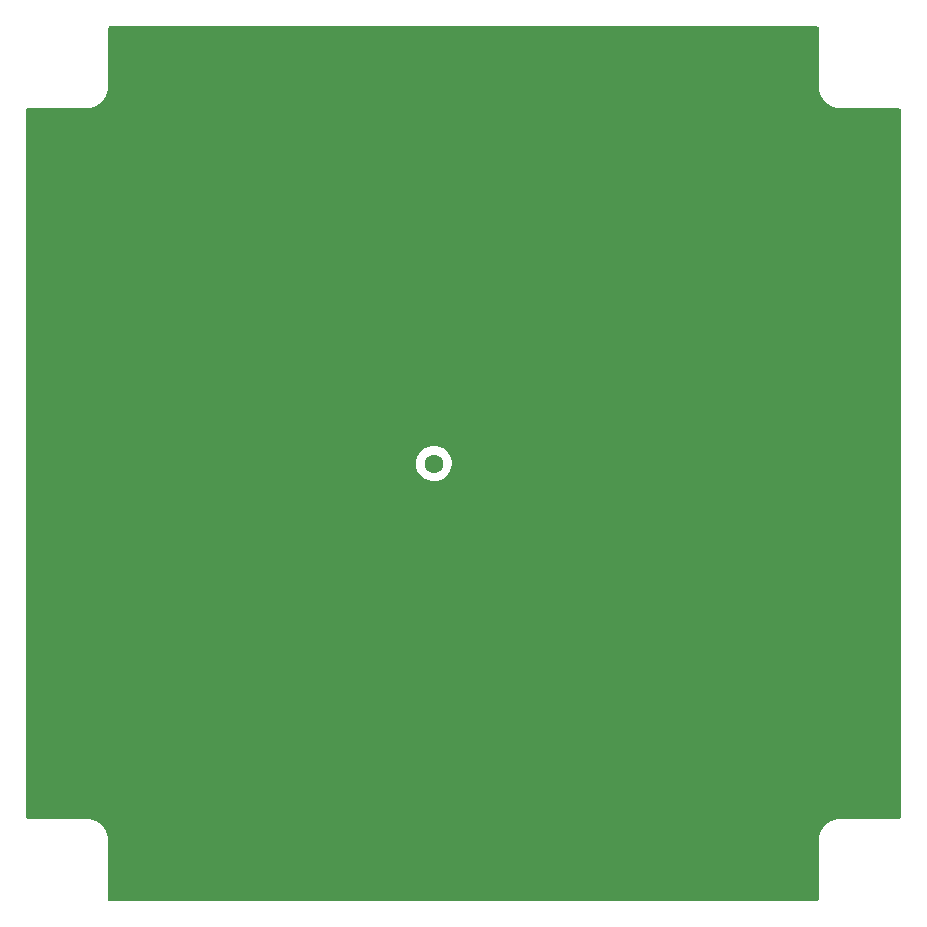
<source format=gbl>
%TF.GenerationSoftware,KiCad,Pcbnew,8.0.1*%
%TF.CreationDate,2024-07-18T17:37:02+01:00*%
%TF.ProjectId,patch-antenna-board,70617463-682d-4616-9e74-656e6e612d62,rev?*%
%TF.SameCoordinates,Original*%
%TF.FileFunction,Copper,L2,Bot*%
%TF.FilePolarity,Positive*%
%FSLAX46Y46*%
G04 Gerber Fmt 4.6, Leading zero omitted, Abs format (unit mm)*
G04 Created by KiCad (PCBNEW 8.0.1) date 2024-07-18 17:37:02*
%MOMM*%
%LPD*%
G01*
G04 APERTURE LIST*
%TA.AperFunction,ComponentPad*%
%ADD10C,1.600000*%
%TD*%
%TA.AperFunction,ComponentPad*%
%ADD11C,3.600000*%
%TD*%
%TA.AperFunction,ViaPad*%
%ADD12C,0.704800*%
%TD*%
G04 APERTURE END LIST*
D10*
%TO.P,ANT1,1,A*%
%TO.N,/ANT*%
X97500000Y-100000000D03*
%TD*%
D11*
%TO.P,H1,1,1*%
%TO.N,0V*%
X70000000Y-125000000D03*
%TD*%
%TO.P,H2,1,1*%
%TO.N,0V*%
X70000000Y-75000000D03*
%TD*%
%TO.P,H3,1,1*%
%TO.N,0V*%
X130000000Y-75000000D03*
%TD*%
%TO.P,H4,1,1*%
%TO.N,0V*%
X130000000Y-125000000D03*
%TD*%
D12*
%TO.N,0V*%
X103750000Y-104000000D03*
X104000000Y-96000000D03*
X123500000Y-97000000D03*
X121500000Y-97000000D03*
X119500000Y-97000000D03*
X117500000Y-97000000D03*
X115500000Y-97000000D03*
X113500000Y-97000000D03*
X111250000Y-97000000D03*
X109500000Y-97000000D03*
X107500000Y-97000000D03*
X105500000Y-97000000D03*
X123500000Y-103000000D03*
X121500000Y-103000000D03*
X119500000Y-103000000D03*
X117500000Y-103000000D03*
X115500000Y-103000000D03*
X113500000Y-103000000D03*
X111500000Y-103000000D03*
X109500000Y-103000000D03*
X107500000Y-103000000D03*
X105500000Y-103000000D03*
X134000000Y-77000000D03*
X134000000Y-80000000D03*
X134000000Y-84000000D03*
X134000000Y-88000000D03*
X134000000Y-92000000D03*
X134000000Y-96000000D03*
X134000000Y-100000000D03*
X134000000Y-104000000D03*
X134000000Y-108000000D03*
X134000000Y-112000000D03*
X130000000Y-118000000D03*
X130000000Y-114000000D03*
X130000000Y-110000000D03*
X130000000Y-106000000D03*
X130000000Y-102000000D03*
X130000000Y-98000000D03*
X130000000Y-82000000D03*
X130000000Y-86000000D03*
X130000000Y-90000000D03*
X130000000Y-94000000D03*
X126000000Y-92000000D03*
X126000000Y-88000000D03*
X126000000Y-84000000D03*
X126000000Y-80000000D03*
X126000000Y-76000000D03*
X122000000Y-94000000D03*
X122000000Y-90000000D03*
X122000000Y-86000000D03*
X122000000Y-82000000D03*
X122000000Y-78000000D03*
X122000000Y-74000000D03*
X118000000Y-76000000D03*
X118000000Y-80000000D03*
X118000000Y-84000000D03*
X118000000Y-88000000D03*
X118000000Y-92000000D03*
X118000000Y-95000000D03*
X126000000Y-104000000D03*
X126000000Y-108000000D03*
X122000000Y-106000000D03*
X118000000Y-105000000D03*
X118000000Y-108000000D03*
X118000000Y-112000000D03*
X114000000Y-110000000D03*
X114000000Y-106000000D03*
X110000000Y-105000000D03*
X110000000Y-108000000D03*
X110000000Y-112000000D03*
X106000000Y-106000000D03*
X102000000Y-108000000D03*
X114000000Y-126000000D03*
X86000000Y-68000000D03*
X122000000Y-134000000D03*
X82000000Y-74000000D03*
X64000000Y-87000000D03*
X134000000Y-116000000D03*
X86000000Y-72000000D03*
X96000000Y-136000000D03*
X136000000Y-93000000D03*
X136000000Y-114000000D03*
X102000000Y-136000000D03*
X64000000Y-90000000D03*
X126000000Y-120000000D03*
X64000000Y-78000000D03*
X90000000Y-134000000D03*
X136000000Y-87000000D03*
X102000000Y-76000000D03*
X110000000Y-72000000D03*
X78000000Y-80000000D03*
X74000000Y-118000000D03*
X136000000Y-111000000D03*
X90000000Y-74000000D03*
X64000000Y-96000000D03*
X106000000Y-78000000D03*
X122000000Y-126000000D03*
X66000000Y-90000000D03*
X102000000Y-124000000D03*
X136000000Y-105000000D03*
X106000000Y-110000000D03*
X122000000Y-70000000D03*
X70000000Y-88000000D03*
X86000000Y-132000000D03*
X64000000Y-120000000D03*
X64000000Y-105000000D03*
X72000000Y-136000000D03*
X105000000Y-136000000D03*
X126000000Y-132000000D03*
X110000000Y-124000000D03*
X126000000Y-116000000D03*
X66000000Y-106000000D03*
X136000000Y-117000000D03*
X78000000Y-68000000D03*
X90000000Y-136000000D03*
X120000000Y-64000000D03*
X106000000Y-90000000D03*
X66000000Y-94000000D03*
X102000000Y-80000000D03*
X97200000Y-103000000D03*
X78000000Y-112000000D03*
X86000000Y-88000000D03*
X70000000Y-104000000D03*
X64000000Y-99000000D03*
X90000000Y-78000000D03*
X134000000Y-124000000D03*
X106000000Y-66000000D03*
X64000000Y-81000000D03*
X86000000Y-84000000D03*
X102000000Y-120000000D03*
X82000000Y-134000000D03*
X74000000Y-126000000D03*
X84000000Y-136000000D03*
X126000000Y-64000000D03*
X98000000Y-126000000D03*
X70000000Y-96000000D03*
X86000000Y-116000000D03*
X118000000Y-116000000D03*
X98000000Y-74000000D03*
X94000000Y-72000000D03*
X136000000Y-78000000D03*
X82000000Y-78000000D03*
X95250000Y-98000000D03*
X117000000Y-64000000D03*
X94000000Y-88000000D03*
X114000000Y-94000000D03*
X90000000Y-102000000D03*
X101800000Y-103500000D03*
X66000000Y-82000000D03*
X102000000Y-72000000D03*
X64000000Y-102000000D03*
X82000000Y-118000000D03*
X86000000Y-120000000D03*
X114000000Y-74000000D03*
X114000000Y-118000000D03*
X136000000Y-120000000D03*
X99000000Y-64000000D03*
X94000000Y-116000000D03*
X106000000Y-126000000D03*
X74000000Y-74000000D03*
X82000000Y-102000000D03*
X110000000Y-92000000D03*
X66000000Y-98000000D03*
X78000000Y-104000000D03*
X86000000Y-80000000D03*
X106000000Y-118000000D03*
X98000000Y-94000000D03*
X74000000Y-110000000D03*
X110000000Y-80000000D03*
X110000000Y-84000000D03*
X98000000Y-134000000D03*
X70000000Y-100000000D03*
X102000000Y-132000000D03*
X136000000Y-96000000D03*
X98000000Y-122000000D03*
X98000000Y-130000000D03*
X129000000Y-64000000D03*
X74000000Y-134000000D03*
X136000000Y-126000000D03*
X114000000Y-70000000D03*
X78000000Y-108000000D03*
X66000000Y-71000000D03*
X70000000Y-116000000D03*
X136000000Y-84000000D03*
X118000000Y-120000000D03*
X86000000Y-96000000D03*
X74000000Y-70000000D03*
X74000000Y-90000000D03*
X94000000Y-128000000D03*
X110000000Y-95000000D03*
X106000000Y-130000000D03*
X87000000Y-64000000D03*
X86000000Y-100000000D03*
X64000000Y-108000000D03*
X114000000Y-134000000D03*
X106000000Y-82000000D03*
X64000000Y-123000000D03*
X126000000Y-128000000D03*
X86000000Y-92000000D03*
X129000000Y-133500000D03*
X66000000Y-78000000D03*
X106000000Y-94000000D03*
X70750000Y-69500000D03*
X86000000Y-104000000D03*
X82000000Y-94000000D03*
X70000000Y-120000000D03*
X98700000Y-103500000D03*
X136000000Y-81000000D03*
X134000000Y-120000000D03*
X114000000Y-82000000D03*
X90000000Y-86000000D03*
X136000000Y-75000000D03*
X110000000Y-88000000D03*
X78000000Y-64000000D03*
X75000000Y-64000000D03*
X136000000Y-72000000D03*
X86000000Y-108000000D03*
X136000000Y-90000000D03*
X93000000Y-136000000D03*
X82000000Y-82000000D03*
X66000000Y-126000000D03*
X111000000Y-64000000D03*
X90000000Y-114000000D03*
X74000000Y-102000000D03*
X94000000Y-108000000D03*
X94000000Y-84000000D03*
X66000000Y-122000000D03*
X102000000Y-88000000D03*
X82000000Y-70000000D03*
X66000000Y-110000000D03*
X78000000Y-92000000D03*
X78000000Y-124000000D03*
X78000000Y-76000000D03*
X64000000Y-111000000D03*
X98000000Y-86000000D03*
X90000000Y-82000000D03*
X75000000Y-136000000D03*
X98000000Y-106000000D03*
X64000000Y-117000000D03*
X136000000Y-99000000D03*
X82000000Y-98000000D03*
X97300000Y-97000000D03*
X90000000Y-110000000D03*
X64000000Y-93000000D03*
X99000000Y-136000000D03*
X71000000Y-66750000D03*
X86000000Y-112000000D03*
X132000000Y-71000000D03*
X70000000Y-92000000D03*
X74000000Y-130000000D03*
X98000000Y-70000000D03*
X102000000Y-96500000D03*
X118000000Y-132000000D03*
X94000000Y-104000000D03*
X126000000Y-124000000D03*
X90000000Y-106000000D03*
X90000000Y-98000000D03*
X122000000Y-66000000D03*
X102000000Y-64000000D03*
X110000000Y-128000000D03*
X98000000Y-118000000D03*
X110000000Y-76000000D03*
X82000000Y-90000000D03*
X82000000Y-130000000D03*
X136000000Y-129000000D03*
X82000000Y-114000000D03*
X70000000Y-84000000D03*
X90000000Y-118000000D03*
X98000000Y-66000000D03*
X98000000Y-114000000D03*
X123000000Y-136000000D03*
X98000000Y-90000000D03*
X102000000Y-112000000D03*
X110000000Y-68000000D03*
X114000000Y-122000000D03*
X94000000Y-76000000D03*
X114000000Y-136000000D03*
X78000000Y-84000000D03*
X70000000Y-112000000D03*
X118000000Y-128000000D03*
X64000000Y-72000000D03*
X90000000Y-66000000D03*
X129000000Y-67500000D03*
X66000000Y-86000000D03*
X122000000Y-110000000D03*
X114000000Y-64000000D03*
X70000000Y-80000000D03*
X122000000Y-122000000D03*
X126000000Y-72000000D03*
X90000000Y-122000000D03*
X106000000Y-70000000D03*
X126000000Y-136000000D03*
X78000000Y-116000000D03*
X129000000Y-130500000D03*
X132000000Y-129000000D03*
X66000000Y-74000000D03*
X114000000Y-130000000D03*
X90000000Y-126000000D03*
X114000000Y-66000000D03*
X64000000Y-126000000D03*
X105000000Y-64000000D03*
X78000000Y-120000000D03*
X96000000Y-64000000D03*
X122000000Y-114000000D03*
X64000000Y-84000000D03*
X114000000Y-86000000D03*
X98000000Y-82000000D03*
X66000000Y-114000000D03*
X86000000Y-128000000D03*
X90000000Y-70000000D03*
X136000000Y-123000000D03*
X136000000Y-102000000D03*
X84000000Y-64000000D03*
X106000000Y-122000000D03*
X78000000Y-88000000D03*
X81000000Y-136000000D03*
X64000000Y-75000000D03*
X71000000Y-130500000D03*
X93000000Y-64000000D03*
X106000000Y-74000000D03*
X102000000Y-84000000D03*
X64000000Y-114000000D03*
X100250000Y-96700000D03*
X78000000Y-72000000D03*
X94000000Y-120000000D03*
X86000000Y-76000000D03*
X122000000Y-130000000D03*
X118000000Y-124000000D03*
X94000000Y-68000000D03*
X122000000Y-118000000D03*
X74000000Y-78000000D03*
X98000000Y-110000000D03*
X78000000Y-100000000D03*
X102000000Y-92000000D03*
X82000000Y-122000000D03*
X82000000Y-86000000D03*
X66000000Y-102000000D03*
X94000000Y-132000000D03*
X90000000Y-64000000D03*
X126000000Y-112000000D03*
X110000000Y-116000000D03*
X74000000Y-86000000D03*
X108000000Y-136000000D03*
X100100000Y-103600000D03*
X118000000Y-68000000D03*
X102000000Y-116000000D03*
X94000000Y-112000000D03*
X106000000Y-114000000D03*
X70000000Y-108000000D03*
X108000000Y-64000000D03*
X78000000Y-132000000D03*
X123000000Y-64000000D03*
X94500000Y-100000000D03*
X82000000Y-66000000D03*
X110000000Y-132000000D03*
X117000000Y-136000000D03*
X82000000Y-126000000D03*
X87000000Y-136000000D03*
X90000000Y-130000000D03*
X94000000Y-80000000D03*
X98000000Y-78000000D03*
X64000000Y-129000000D03*
X106000000Y-86000000D03*
X69000000Y-71000000D03*
X94000000Y-124000000D03*
X94000000Y-96000000D03*
X95250000Y-102000000D03*
X74000000Y-122000000D03*
X71000000Y-133500000D03*
X120000000Y-136000000D03*
X102000000Y-128000000D03*
X134000000Y-128000000D03*
X114000000Y-78000000D03*
X86000000Y-124000000D03*
X74000000Y-94000000D03*
X129750000Y-69750000D03*
X78000000Y-128000000D03*
X74000000Y-82000000D03*
X114000000Y-114000000D03*
X81000000Y-64000000D03*
X98800000Y-96700000D03*
X82000000Y-110000000D03*
X74000000Y-98000000D03*
X78000000Y-136000000D03*
X90000000Y-90000000D03*
X118000000Y-72000000D03*
X74000000Y-106000000D03*
X66000000Y-118000000D03*
X74000000Y-114000000D03*
X126000000Y-68000000D03*
X94000000Y-92000000D03*
X135000000Y-71000000D03*
X110000000Y-120000000D03*
X106000000Y-134000000D03*
X82000000Y-106000000D03*
X111000000Y-136000000D03*
X90000000Y-94000000D03*
X129000000Y-136000000D03*
X72000000Y-64000000D03*
X102000000Y-68000000D03*
X78000000Y-96000000D03*
X136000000Y-108000000D03*
X114000000Y-90000000D03*
X134000000Y-74000000D03*
X67500000Y-129000000D03*
%TD*%
%TA.AperFunction,Conductor*%
%TO.N,0V*%
G36*
X130013039Y-62999685D02*
G01*
X130058794Y-63052489D01*
X130070000Y-63104000D01*
X130070000Y-67929283D01*
X130069991Y-67930757D01*
X130068286Y-68074087D01*
X130102264Y-68360219D01*
X130178140Y-68638196D01*
X130294244Y-68901910D01*
X130448036Y-69145585D01*
X130636134Y-69363865D01*
X130824233Y-69525955D01*
X130854415Y-69551964D01*
X131098087Y-69705754D01*
X131361804Y-69821860D01*
X131639780Y-69897735D01*
X131925914Y-69931713D01*
X132069243Y-69930009D01*
X132070717Y-69930000D01*
X136896000Y-69930000D01*
X136963039Y-69949685D01*
X137008794Y-70002489D01*
X137020000Y-70054000D01*
X137020000Y-129946000D01*
X137000315Y-130013039D01*
X136947511Y-130058794D01*
X136896000Y-130070000D01*
X132070717Y-130070000D01*
X132069243Y-130069991D01*
X131925912Y-130068286D01*
X131639780Y-130102264D01*
X131361803Y-130178140D01*
X131098089Y-130294244D01*
X130854414Y-130448036D01*
X130636134Y-130636134D01*
X130448036Y-130854414D01*
X130294244Y-131098089D01*
X130178140Y-131361803D01*
X130102264Y-131639780D01*
X130068286Y-131925912D01*
X130069991Y-132069242D01*
X130070000Y-132070716D01*
X130070000Y-136896000D01*
X130050315Y-136963039D01*
X129997511Y-137008794D01*
X129946000Y-137020000D01*
X70054000Y-137020000D01*
X69986961Y-137000315D01*
X69941206Y-136947511D01*
X69930000Y-136896000D01*
X69930000Y-132070716D01*
X69930009Y-132069242D01*
X69931713Y-131925912D01*
X69897735Y-131639780D01*
X69821860Y-131361804D01*
X69705754Y-131098087D01*
X69551964Y-130854415D01*
X69525955Y-130824233D01*
X69363865Y-130636134D01*
X69145585Y-130448036D01*
X68901910Y-130294244D01*
X68638196Y-130178140D01*
X68360219Y-130102264D01*
X68074083Y-130068286D01*
X67930757Y-130069991D01*
X67929283Y-130070000D01*
X63104000Y-130070000D01*
X63036961Y-130050315D01*
X62991206Y-129997511D01*
X62980000Y-129946000D01*
X62980000Y-100199998D01*
X96000000Y-100199998D01*
X96100000Y-100600000D01*
X96100001Y-100600001D01*
X96300001Y-100900002D01*
X96300004Y-100900005D01*
X96599998Y-101199998D01*
X96700000Y-101300000D01*
X97300000Y-101500000D01*
X97699999Y-101500000D01*
X97700000Y-101500000D01*
X98100000Y-101400000D01*
X98400000Y-101200000D01*
X98700000Y-100900000D01*
X98900000Y-100600000D01*
X99000000Y-100100000D01*
X99000000Y-99800000D01*
X98900000Y-99400000D01*
X98700000Y-99100000D01*
X98699999Y-99099999D01*
X98699998Y-99099997D01*
X98699995Y-99099994D01*
X98400000Y-98800000D01*
X98399997Y-98799998D01*
X98000002Y-98600001D01*
X98000001Y-98600000D01*
X97700000Y-98500000D01*
X97300000Y-98500000D01*
X96999998Y-98600000D01*
X96999997Y-98600001D01*
X96600002Y-98799998D01*
X96599999Y-98800000D01*
X96200000Y-99199999D01*
X96199998Y-99200003D01*
X96100001Y-99399996D01*
X96099999Y-99400001D01*
X96000000Y-99899999D01*
X96000000Y-100199998D01*
X62980000Y-100199998D01*
X62980000Y-70054000D01*
X62999685Y-69986961D01*
X63052489Y-69941206D01*
X63104000Y-69930000D01*
X67929283Y-69930000D01*
X67930757Y-69930009D01*
X68074086Y-69931713D01*
X68074086Y-69931712D01*
X68074087Y-69931713D01*
X68217153Y-69914724D01*
X68360220Y-69897735D01*
X68638196Y-69821860D01*
X68901913Y-69705754D01*
X69145585Y-69551964D01*
X69363865Y-69363865D01*
X69551964Y-69145585D01*
X69705754Y-68901913D01*
X69821860Y-68638196D01*
X69897735Y-68360220D01*
X69931713Y-68074086D01*
X69930009Y-67930757D01*
X69930000Y-67929283D01*
X69930000Y-63104000D01*
X69949685Y-63036961D01*
X70002489Y-62991206D01*
X70054000Y-62980000D01*
X129946000Y-62980000D01*
X130013039Y-62999685D01*
G37*
%TD.AperFunction*%
%TD*%
M02*

</source>
